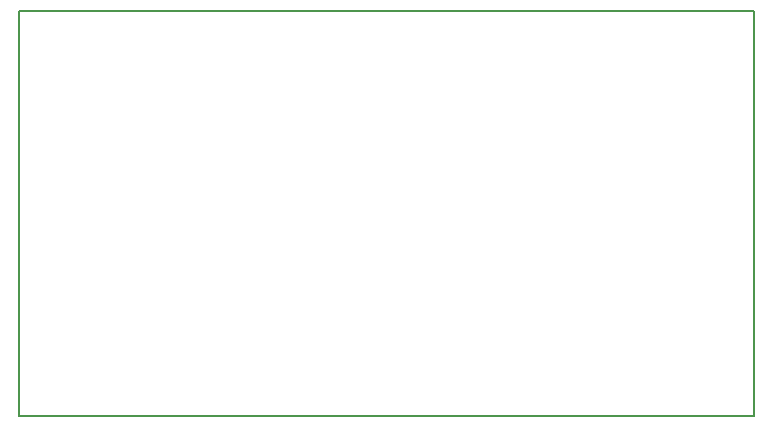
<source format=gbr>
G04 #@! TF.FileFunction,Profile,NP*
%FSLAX46Y46*%
G04 Gerber Fmt 4.6, Leading zero omitted, Abs format (unit mm)*
G04 Created by KiCad (PCBNEW 4.0.6) date Mon Sep 18 23:02:18 2017*
%MOMM*%
%LPD*%
G01*
G04 APERTURE LIST*
%ADD10C,0.100000*%
%ADD11C,0.150000*%
G04 APERTURE END LIST*
D10*
D11*
X69850000Y-106680000D02*
X69850000Y-72390000D01*
X132080000Y-106680000D02*
X69850000Y-106680000D01*
X132080000Y-72390000D02*
X132080000Y-106680000D01*
X69850000Y-72390000D02*
X132080000Y-72390000D01*
M02*

</source>
